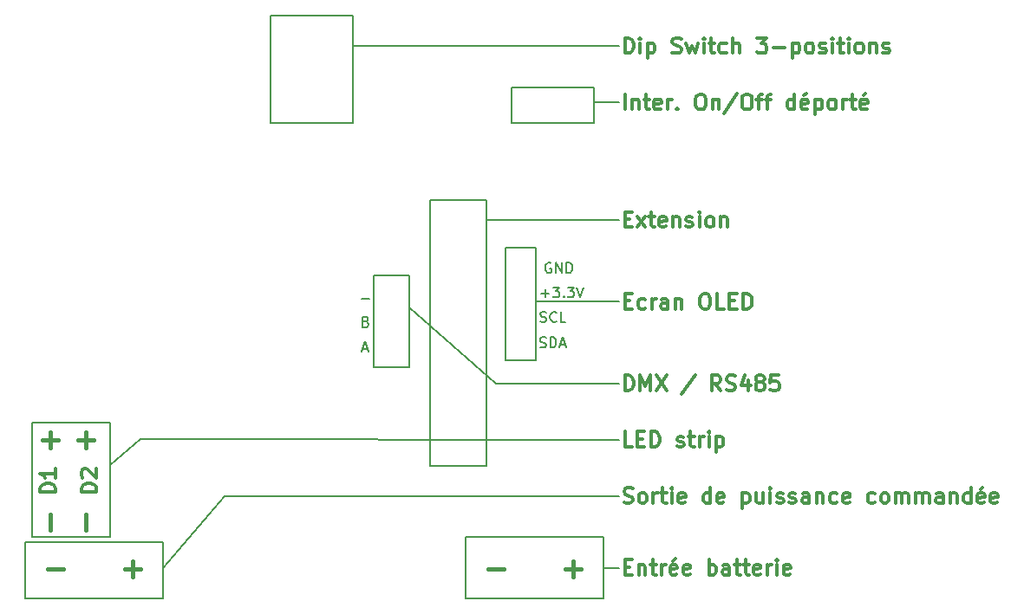
<source format=gbr>
G04 #@! TF.GenerationSoftware,KiCad,Pcbnew,5.1.10*
G04 #@! TF.CreationDate,2021-09-13T08:22:59+02:00*
G04 #@! TF.ProjectId,KXKM_ESP32_battery_management_board,4b584b4d-5f45-4535-9033-325f62617474,3.0*
G04 #@! TF.SameCoordinates,PX623a7c0PY839b680*
G04 #@! TF.FileFunction,Other,ECO1*
%FSLAX46Y46*%
G04 Gerber Fmt 4.6, Leading zero omitted, Abs format (unit mm)*
G04 Created by KiCad (PCBNEW 5.1.10) date 2021-09-13 08:22:59*
%MOMM*%
%LPD*%
G01*
G04 APERTURE LIST*
%ADD10C,0.300000*%
%ADD11C,0.150000*%
%ADD12C,0.400000*%
G04 APERTURE END LIST*
D10*
X58552142Y53321429D02*
X58552142Y54821429D01*
X58909285Y54821429D01*
X59123571Y54750000D01*
X59266428Y54607143D01*
X59337857Y54464286D01*
X59409285Y54178572D01*
X59409285Y53964286D01*
X59337857Y53678572D01*
X59266428Y53535715D01*
X59123571Y53392858D01*
X58909285Y53321429D01*
X58552142Y53321429D01*
X60052142Y53321429D02*
X60052142Y54321429D01*
X60052142Y54821429D02*
X59980714Y54750000D01*
X60052142Y54678572D01*
X60123571Y54750000D01*
X60052142Y54821429D01*
X60052142Y54678572D01*
X60766428Y54321429D02*
X60766428Y52821429D01*
X60766428Y54250000D02*
X60909285Y54321429D01*
X61195000Y54321429D01*
X61337857Y54250000D01*
X61409285Y54178572D01*
X61480714Y54035715D01*
X61480714Y53607143D01*
X61409285Y53464286D01*
X61337857Y53392858D01*
X61195000Y53321429D01*
X60909285Y53321429D01*
X60766428Y53392858D01*
X63195000Y53392858D02*
X63409285Y53321429D01*
X63766428Y53321429D01*
X63909285Y53392858D01*
X63980714Y53464286D01*
X64052142Y53607143D01*
X64052142Y53750000D01*
X63980714Y53892858D01*
X63909285Y53964286D01*
X63766428Y54035715D01*
X63480714Y54107143D01*
X63337857Y54178572D01*
X63266428Y54250000D01*
X63195000Y54392858D01*
X63195000Y54535715D01*
X63266428Y54678572D01*
X63337857Y54750000D01*
X63480714Y54821429D01*
X63837857Y54821429D01*
X64052142Y54750000D01*
X64552142Y54321429D02*
X64837857Y53321429D01*
X65123571Y54035715D01*
X65409285Y53321429D01*
X65695000Y54321429D01*
X66266428Y53321429D02*
X66266428Y54321429D01*
X66266428Y54821429D02*
X66195000Y54750000D01*
X66266428Y54678572D01*
X66337857Y54750000D01*
X66266428Y54821429D01*
X66266428Y54678572D01*
X66766428Y54321429D02*
X67337857Y54321429D01*
X66980714Y54821429D02*
X66980714Y53535715D01*
X67052142Y53392858D01*
X67195000Y53321429D01*
X67337857Y53321429D01*
X68480714Y53392858D02*
X68337857Y53321429D01*
X68052142Y53321429D01*
X67909285Y53392858D01*
X67837857Y53464286D01*
X67766428Y53607143D01*
X67766428Y54035715D01*
X67837857Y54178572D01*
X67909285Y54250000D01*
X68052142Y54321429D01*
X68337857Y54321429D01*
X68480714Y54250000D01*
X69123571Y53321429D02*
X69123571Y54821429D01*
X69766428Y53321429D02*
X69766428Y54107143D01*
X69695000Y54250000D01*
X69552142Y54321429D01*
X69337857Y54321429D01*
X69195000Y54250000D01*
X69123571Y54178572D01*
X71480714Y54821429D02*
X72409285Y54821429D01*
X71909285Y54250000D01*
X72123571Y54250000D01*
X72266428Y54178572D01*
X72337857Y54107143D01*
X72409285Y53964286D01*
X72409285Y53607143D01*
X72337857Y53464286D01*
X72266428Y53392858D01*
X72123571Y53321429D01*
X71695000Y53321429D01*
X71552142Y53392858D01*
X71480714Y53464286D01*
X73052142Y53892858D02*
X74195000Y53892858D01*
X74909285Y54321429D02*
X74909285Y52821429D01*
X74909285Y54250000D02*
X75052142Y54321429D01*
X75337857Y54321429D01*
X75480714Y54250000D01*
X75552142Y54178572D01*
X75623571Y54035715D01*
X75623571Y53607143D01*
X75552142Y53464286D01*
X75480714Y53392858D01*
X75337857Y53321429D01*
X75052142Y53321429D01*
X74909285Y53392858D01*
X76480714Y53321429D02*
X76337857Y53392858D01*
X76266428Y53464286D01*
X76195000Y53607143D01*
X76195000Y54035715D01*
X76266428Y54178572D01*
X76337857Y54250000D01*
X76480714Y54321429D01*
X76695000Y54321429D01*
X76837857Y54250000D01*
X76909285Y54178572D01*
X76980714Y54035715D01*
X76980714Y53607143D01*
X76909285Y53464286D01*
X76837857Y53392858D01*
X76695000Y53321429D01*
X76480714Y53321429D01*
X77552142Y53392858D02*
X77695000Y53321429D01*
X77980714Y53321429D01*
X78123571Y53392858D01*
X78195000Y53535715D01*
X78195000Y53607143D01*
X78123571Y53750000D01*
X77980714Y53821429D01*
X77766428Y53821429D01*
X77623571Y53892858D01*
X77552142Y54035715D01*
X77552142Y54107143D01*
X77623571Y54250000D01*
X77766428Y54321429D01*
X77980714Y54321429D01*
X78123571Y54250000D01*
X78837857Y53321429D02*
X78837857Y54321429D01*
X78837857Y54821429D02*
X78766428Y54750000D01*
X78837857Y54678572D01*
X78909285Y54750000D01*
X78837857Y54821429D01*
X78837857Y54678572D01*
X79337857Y54321429D02*
X79909285Y54321429D01*
X79552142Y54821429D02*
X79552142Y53535715D01*
X79623571Y53392858D01*
X79766428Y53321429D01*
X79909285Y53321429D01*
X80409285Y53321429D02*
X80409285Y54321429D01*
X80409285Y54821429D02*
X80337857Y54750000D01*
X80409285Y54678572D01*
X80480714Y54750000D01*
X80409285Y54821429D01*
X80409285Y54678572D01*
X81337857Y53321429D02*
X81195000Y53392858D01*
X81123571Y53464286D01*
X81052142Y53607143D01*
X81052142Y54035715D01*
X81123571Y54178572D01*
X81195000Y54250000D01*
X81337857Y54321429D01*
X81552142Y54321429D01*
X81695000Y54250000D01*
X81766428Y54178572D01*
X81837857Y54035715D01*
X81837857Y53607143D01*
X81766428Y53464286D01*
X81695000Y53392858D01*
X81552142Y53321429D01*
X81337857Y53321429D01*
X82480714Y54321429D02*
X82480714Y53321429D01*
X82480714Y54178572D02*
X82552142Y54250000D01*
X82695000Y54321429D01*
X82909285Y54321429D01*
X83052142Y54250000D01*
X83123571Y54107143D01*
X83123571Y53321429D01*
X83766428Y53392858D02*
X83909285Y53321429D01*
X84195000Y53321429D01*
X84337857Y53392858D01*
X84409285Y53535715D01*
X84409285Y53607143D01*
X84337857Y53750000D01*
X84195000Y53821429D01*
X83980714Y53821429D01*
X83837857Y53892858D01*
X83766428Y54035715D01*
X83766428Y54107143D01*
X83837857Y54250000D01*
X83980714Y54321429D01*
X84195000Y54321429D01*
X84337857Y54250000D01*
D11*
X32000000Y54000000D02*
X58000000Y54000000D01*
X24000000Y46500000D02*
X24000000Y57000000D01*
X32000000Y46500000D02*
X24000000Y46500000D01*
X32000000Y57000000D02*
X32000000Y46500000D01*
X24000000Y57000000D02*
X32000000Y57000000D01*
D10*
X6978571Y10392858D02*
X5478571Y10392858D01*
X5478571Y10750000D01*
X5550000Y10964286D01*
X5692857Y11107143D01*
X5835714Y11178572D01*
X6121428Y11250000D01*
X6335714Y11250000D01*
X6621428Y11178572D01*
X6764285Y11107143D01*
X6907142Y10964286D01*
X6978571Y10750000D01*
X6978571Y10392858D01*
X5621428Y11821429D02*
X5550000Y11892858D01*
X5478571Y12035715D01*
X5478571Y12392858D01*
X5550000Y12535715D01*
X5621428Y12607143D01*
X5764285Y12678572D01*
X5907142Y12678572D01*
X6121428Y12607143D01*
X6978571Y11750000D01*
X6978571Y12678572D01*
X2978571Y10392858D02*
X1478571Y10392858D01*
X1478571Y10750000D01*
X1550000Y10964286D01*
X1692857Y11107143D01*
X1835714Y11178572D01*
X2121428Y11250000D01*
X2335714Y11250000D01*
X2621428Y11178572D01*
X2764285Y11107143D01*
X2907142Y10964286D01*
X2978571Y10750000D01*
X2978571Y10392858D01*
X2978571Y12678572D02*
X2978571Y11821429D01*
X2978571Y12250000D02*
X1478571Y12250000D01*
X1692857Y12107143D01*
X1835714Y11964286D01*
X1907142Y11821429D01*
D12*
X5942857Y14738096D02*
X5942857Y16261905D01*
X6704761Y15500000D02*
X5180952Y15500000D01*
X2442857Y14738096D02*
X2442857Y16261905D01*
X3204761Y15500000D02*
X1680952Y15500000D01*
X2442857Y6738096D02*
X2442857Y8261905D01*
X5942857Y6738096D02*
X5942857Y8261905D01*
X45238095Y2857143D02*
X46761904Y2857143D01*
X52738095Y2857143D02*
X54261904Y2857143D01*
X53500000Y2095239D02*
X53500000Y3619048D01*
X9738095Y2857143D02*
X11261904Y2857143D01*
X10500000Y2095239D02*
X10500000Y3619048D01*
X2238095Y2857143D02*
X3761904Y2857143D01*
D11*
X32961904Y24433334D02*
X33438095Y24433334D01*
X32866666Y24147620D02*
X33200000Y25147620D01*
X33533333Y24147620D01*
X33271428Y27071429D02*
X33414285Y27023810D01*
X33461904Y26976191D01*
X33509523Y26880953D01*
X33509523Y26738096D01*
X33461904Y26642858D01*
X33414285Y26595239D01*
X33319047Y26547620D01*
X32938095Y26547620D01*
X32938095Y27547620D01*
X33271428Y27547620D01*
X33366666Y27500000D01*
X33414285Y27452381D01*
X33461904Y27357143D01*
X33461904Y27261905D01*
X33414285Y27166667D01*
X33366666Y27119048D01*
X33271428Y27071429D01*
X32938095Y27071429D01*
X32819047Y29328572D02*
X33580952Y29328572D01*
X50285714Y24595239D02*
X50428571Y24547620D01*
X50666666Y24547620D01*
X50761904Y24595239D01*
X50809523Y24642858D01*
X50857142Y24738096D01*
X50857142Y24833334D01*
X50809523Y24928572D01*
X50761904Y24976191D01*
X50666666Y25023810D01*
X50476190Y25071429D01*
X50380952Y25119048D01*
X50333333Y25166667D01*
X50285714Y25261905D01*
X50285714Y25357143D01*
X50333333Y25452381D01*
X50380952Y25500000D01*
X50476190Y25547620D01*
X50714285Y25547620D01*
X50857142Y25500000D01*
X51285714Y24547620D02*
X51285714Y25547620D01*
X51523809Y25547620D01*
X51666666Y25500000D01*
X51761904Y25404762D01*
X51809523Y25309524D01*
X51857142Y25119048D01*
X51857142Y24976191D01*
X51809523Y24785715D01*
X51761904Y24690477D01*
X51666666Y24595239D01*
X51523809Y24547620D01*
X51285714Y24547620D01*
X52238095Y24833334D02*
X52714285Y24833334D01*
X52142857Y24547620D02*
X52476190Y25547620D01*
X52809523Y24547620D01*
X50309523Y27095239D02*
X50452380Y27047620D01*
X50690476Y27047620D01*
X50785714Y27095239D01*
X50833333Y27142858D01*
X50880952Y27238096D01*
X50880952Y27333334D01*
X50833333Y27428572D01*
X50785714Y27476191D01*
X50690476Y27523810D01*
X50500000Y27571429D01*
X50404761Y27619048D01*
X50357142Y27666667D01*
X50309523Y27761905D01*
X50309523Y27857143D01*
X50357142Y27952381D01*
X50404761Y28000000D01*
X50500000Y28047620D01*
X50738095Y28047620D01*
X50880952Y28000000D01*
X51880952Y27142858D02*
X51833333Y27095239D01*
X51690476Y27047620D01*
X51595238Y27047620D01*
X51452380Y27095239D01*
X51357142Y27190477D01*
X51309523Y27285715D01*
X51261904Y27476191D01*
X51261904Y27619048D01*
X51309523Y27809524D01*
X51357142Y27904762D01*
X51452380Y28000000D01*
X51595238Y28047620D01*
X51690476Y28047620D01*
X51833333Y28000000D01*
X51880952Y27952381D01*
X52785714Y27047620D02*
X52309523Y27047620D01*
X52309523Y28047620D01*
X50400000Y29828572D02*
X51161904Y29828572D01*
X50780952Y29447620D02*
X50780952Y30209524D01*
X51542857Y30447620D02*
X52161904Y30447620D01*
X51828571Y30066667D01*
X51971428Y30066667D01*
X52066666Y30019048D01*
X52114285Y29971429D01*
X52161904Y29876191D01*
X52161904Y29638096D01*
X52114285Y29542858D01*
X52066666Y29495239D01*
X51971428Y29447620D01*
X51685714Y29447620D01*
X51590476Y29495239D01*
X51542857Y29542858D01*
X52590476Y29542858D02*
X52638095Y29495239D01*
X52590476Y29447620D01*
X52542857Y29495239D01*
X52590476Y29542858D01*
X52590476Y29447620D01*
X52971428Y30447620D02*
X53590476Y30447620D01*
X53257142Y30066667D01*
X53400000Y30066667D01*
X53495238Y30019048D01*
X53542857Y29971429D01*
X53590476Y29876191D01*
X53590476Y29638096D01*
X53542857Y29542858D01*
X53495238Y29495239D01*
X53400000Y29447620D01*
X53114285Y29447620D01*
X53019047Y29495239D01*
X52971428Y29542858D01*
X53876190Y30447620D02*
X54209523Y29447620D01*
X54542857Y30447620D01*
X51338095Y32800000D02*
X51242857Y32847620D01*
X51100000Y32847620D01*
X50957142Y32800000D01*
X50861904Y32704762D01*
X50814285Y32609524D01*
X50766666Y32419048D01*
X50766666Y32276191D01*
X50814285Y32085715D01*
X50861904Y31990477D01*
X50957142Y31895239D01*
X51100000Y31847620D01*
X51195238Y31847620D01*
X51338095Y31895239D01*
X51385714Y31942858D01*
X51385714Y32276191D01*
X51195238Y32276191D01*
X51814285Y31847620D02*
X51814285Y32847620D01*
X52385714Y31847620D01*
X52385714Y32847620D01*
X52861904Y31847620D02*
X52861904Y32847620D01*
X53100000Y32847620D01*
X53242857Y32800000D01*
X53338095Y32704762D01*
X53385714Y32609524D01*
X53433333Y32419048D01*
X53433333Y32276191D01*
X53385714Y32085715D01*
X53338095Y31990477D01*
X53242857Y31895239D01*
X53100000Y31847620D01*
X52861904Y31847620D01*
X58000000Y3000000D02*
X56500000Y3000000D01*
X19500000Y10000000D02*
X13500000Y3000000D01*
X58000000Y10000000D02*
X19500000Y10000000D01*
X11300000Y15600000D02*
X8300000Y13100000D01*
X58000000Y15500000D02*
X11300000Y15600000D01*
X46000000Y21000000D02*
X37500000Y28500000D01*
X58000000Y21000000D02*
X46000000Y21000000D01*
X58000000Y29100000D02*
X49900000Y29100000D01*
X58000000Y37000000D02*
X45000000Y37000000D01*
X58000000Y48500000D02*
X55500000Y48500000D01*
D10*
X58552142Y3107143D02*
X59052142Y3107143D01*
X59266428Y2321429D02*
X58552142Y2321429D01*
X58552142Y3821429D01*
X59266428Y3821429D01*
X59909285Y3321429D02*
X59909285Y2321429D01*
X59909285Y3178572D02*
X59980714Y3250000D01*
X60123571Y3321429D01*
X60337857Y3321429D01*
X60480714Y3250000D01*
X60552142Y3107143D01*
X60552142Y2321429D01*
X61052142Y3321429D02*
X61623571Y3321429D01*
X61266428Y3821429D02*
X61266428Y2535715D01*
X61337857Y2392858D01*
X61480714Y2321429D01*
X61623571Y2321429D01*
X62123571Y2321429D02*
X62123571Y3321429D01*
X62123571Y3035715D02*
X62195000Y3178572D01*
X62266428Y3250000D01*
X62409285Y3321429D01*
X62552142Y3321429D01*
X63623571Y2392858D02*
X63480714Y2321429D01*
X63195000Y2321429D01*
X63052142Y2392858D01*
X62980714Y2535715D01*
X62980714Y3107143D01*
X63052142Y3250000D01*
X63195000Y3321429D01*
X63480714Y3321429D01*
X63623571Y3250000D01*
X63695000Y3107143D01*
X63695000Y2964286D01*
X62980714Y2821429D01*
X63480714Y3892858D02*
X63266428Y3678572D01*
X64909285Y2392858D02*
X64766428Y2321429D01*
X64480714Y2321429D01*
X64337857Y2392858D01*
X64266428Y2535715D01*
X64266428Y3107143D01*
X64337857Y3250000D01*
X64480714Y3321429D01*
X64766428Y3321429D01*
X64909285Y3250000D01*
X64980714Y3107143D01*
X64980714Y2964286D01*
X64266428Y2821429D01*
X66766428Y2321429D02*
X66766428Y3821429D01*
X66766428Y3250000D02*
X66909285Y3321429D01*
X67195000Y3321429D01*
X67337857Y3250000D01*
X67409285Y3178572D01*
X67480714Y3035715D01*
X67480714Y2607143D01*
X67409285Y2464286D01*
X67337857Y2392858D01*
X67195000Y2321429D01*
X66909285Y2321429D01*
X66766428Y2392858D01*
X68766428Y2321429D02*
X68766428Y3107143D01*
X68695000Y3250000D01*
X68552142Y3321429D01*
X68266428Y3321429D01*
X68123571Y3250000D01*
X68766428Y2392858D02*
X68623571Y2321429D01*
X68266428Y2321429D01*
X68123571Y2392858D01*
X68052142Y2535715D01*
X68052142Y2678572D01*
X68123571Y2821429D01*
X68266428Y2892858D01*
X68623571Y2892858D01*
X68766428Y2964286D01*
X69266428Y3321429D02*
X69837857Y3321429D01*
X69480714Y3821429D02*
X69480714Y2535715D01*
X69552142Y2392858D01*
X69695000Y2321429D01*
X69837857Y2321429D01*
X70123571Y3321429D02*
X70695000Y3321429D01*
X70337857Y3821429D02*
X70337857Y2535715D01*
X70409285Y2392858D01*
X70552142Y2321429D01*
X70695000Y2321429D01*
X71766428Y2392858D02*
X71623571Y2321429D01*
X71337857Y2321429D01*
X71195000Y2392858D01*
X71123571Y2535715D01*
X71123571Y3107143D01*
X71195000Y3250000D01*
X71337857Y3321429D01*
X71623571Y3321429D01*
X71766428Y3250000D01*
X71837857Y3107143D01*
X71837857Y2964286D01*
X71123571Y2821429D01*
X72480714Y2321429D02*
X72480714Y3321429D01*
X72480714Y3035715D02*
X72552142Y3178572D01*
X72623571Y3250000D01*
X72766428Y3321429D01*
X72909285Y3321429D01*
X73409285Y2321429D02*
X73409285Y3321429D01*
X73409285Y3821429D02*
X73337857Y3750000D01*
X73409285Y3678572D01*
X73480714Y3750000D01*
X73409285Y3821429D01*
X73409285Y3678572D01*
X74695000Y2392858D02*
X74552142Y2321429D01*
X74266428Y2321429D01*
X74123571Y2392858D01*
X74052142Y2535715D01*
X74052142Y3107143D01*
X74123571Y3250000D01*
X74266428Y3321429D01*
X74552142Y3321429D01*
X74695000Y3250000D01*
X74766428Y3107143D01*
X74766428Y2964286D01*
X74052142Y2821429D01*
X58480714Y9392858D02*
X58695000Y9321429D01*
X59052142Y9321429D01*
X59195000Y9392858D01*
X59266428Y9464286D01*
X59337857Y9607143D01*
X59337857Y9750000D01*
X59266428Y9892858D01*
X59195000Y9964286D01*
X59052142Y10035715D01*
X58766428Y10107143D01*
X58623571Y10178572D01*
X58552142Y10250000D01*
X58480714Y10392858D01*
X58480714Y10535715D01*
X58552142Y10678572D01*
X58623571Y10750000D01*
X58766428Y10821429D01*
X59123571Y10821429D01*
X59337857Y10750000D01*
X60195000Y9321429D02*
X60052142Y9392858D01*
X59980714Y9464286D01*
X59909285Y9607143D01*
X59909285Y10035715D01*
X59980714Y10178572D01*
X60052142Y10250000D01*
X60195000Y10321429D01*
X60409285Y10321429D01*
X60552142Y10250000D01*
X60623571Y10178572D01*
X60695000Y10035715D01*
X60695000Y9607143D01*
X60623571Y9464286D01*
X60552142Y9392858D01*
X60409285Y9321429D01*
X60195000Y9321429D01*
X61337857Y9321429D02*
X61337857Y10321429D01*
X61337857Y10035715D02*
X61409285Y10178572D01*
X61480714Y10250000D01*
X61623571Y10321429D01*
X61766428Y10321429D01*
X62052142Y10321429D02*
X62623571Y10321429D01*
X62266428Y10821429D02*
X62266428Y9535715D01*
X62337857Y9392858D01*
X62480714Y9321429D01*
X62623571Y9321429D01*
X63123571Y9321429D02*
X63123571Y10321429D01*
X63123571Y10821429D02*
X63052142Y10750000D01*
X63123571Y10678572D01*
X63195000Y10750000D01*
X63123571Y10821429D01*
X63123571Y10678572D01*
X64409285Y9392858D02*
X64266428Y9321429D01*
X63980714Y9321429D01*
X63837857Y9392858D01*
X63766428Y9535715D01*
X63766428Y10107143D01*
X63837857Y10250000D01*
X63980714Y10321429D01*
X64266428Y10321429D01*
X64409285Y10250000D01*
X64480714Y10107143D01*
X64480714Y9964286D01*
X63766428Y9821429D01*
X66909285Y9321429D02*
X66909285Y10821429D01*
X66909285Y9392858D02*
X66766428Y9321429D01*
X66480714Y9321429D01*
X66337857Y9392858D01*
X66266428Y9464286D01*
X66195000Y9607143D01*
X66195000Y10035715D01*
X66266428Y10178572D01*
X66337857Y10250000D01*
X66480714Y10321429D01*
X66766428Y10321429D01*
X66909285Y10250000D01*
X68195000Y9392858D02*
X68052142Y9321429D01*
X67766428Y9321429D01*
X67623571Y9392858D01*
X67552142Y9535715D01*
X67552142Y10107143D01*
X67623571Y10250000D01*
X67766428Y10321429D01*
X68052142Y10321429D01*
X68195000Y10250000D01*
X68266428Y10107143D01*
X68266428Y9964286D01*
X67552142Y9821429D01*
X70052142Y10321429D02*
X70052142Y8821429D01*
X70052142Y10250000D02*
X70195000Y10321429D01*
X70480714Y10321429D01*
X70623571Y10250000D01*
X70695000Y10178572D01*
X70766428Y10035715D01*
X70766428Y9607143D01*
X70695000Y9464286D01*
X70623571Y9392858D01*
X70480714Y9321429D01*
X70195000Y9321429D01*
X70052142Y9392858D01*
X72052142Y10321429D02*
X72052142Y9321429D01*
X71409285Y10321429D02*
X71409285Y9535715D01*
X71480714Y9392858D01*
X71623571Y9321429D01*
X71837857Y9321429D01*
X71980714Y9392858D01*
X72052142Y9464286D01*
X72766428Y9321429D02*
X72766428Y10321429D01*
X72766428Y10821429D02*
X72695000Y10750000D01*
X72766428Y10678572D01*
X72837857Y10750000D01*
X72766428Y10821429D01*
X72766428Y10678572D01*
X73409285Y9392858D02*
X73552142Y9321429D01*
X73837857Y9321429D01*
X73980714Y9392858D01*
X74052142Y9535715D01*
X74052142Y9607143D01*
X73980714Y9750000D01*
X73837857Y9821429D01*
X73623571Y9821429D01*
X73480714Y9892858D01*
X73409285Y10035715D01*
X73409285Y10107143D01*
X73480714Y10250000D01*
X73623571Y10321429D01*
X73837857Y10321429D01*
X73980714Y10250000D01*
X74623571Y9392858D02*
X74766428Y9321429D01*
X75052142Y9321429D01*
X75195000Y9392858D01*
X75266428Y9535715D01*
X75266428Y9607143D01*
X75195000Y9750000D01*
X75052142Y9821429D01*
X74837857Y9821429D01*
X74695000Y9892858D01*
X74623571Y10035715D01*
X74623571Y10107143D01*
X74695000Y10250000D01*
X74837857Y10321429D01*
X75052142Y10321429D01*
X75195000Y10250000D01*
X76552142Y9321429D02*
X76552142Y10107143D01*
X76480714Y10250000D01*
X76337857Y10321429D01*
X76052142Y10321429D01*
X75909285Y10250000D01*
X76552142Y9392858D02*
X76409285Y9321429D01*
X76052142Y9321429D01*
X75909285Y9392858D01*
X75837857Y9535715D01*
X75837857Y9678572D01*
X75909285Y9821429D01*
X76052142Y9892858D01*
X76409285Y9892858D01*
X76552142Y9964286D01*
X77266428Y10321429D02*
X77266428Y9321429D01*
X77266428Y10178572D02*
X77337857Y10250000D01*
X77480714Y10321429D01*
X77695000Y10321429D01*
X77837857Y10250000D01*
X77909285Y10107143D01*
X77909285Y9321429D01*
X79266428Y9392858D02*
X79123571Y9321429D01*
X78837857Y9321429D01*
X78695000Y9392858D01*
X78623571Y9464286D01*
X78552142Y9607143D01*
X78552142Y10035715D01*
X78623571Y10178572D01*
X78695000Y10250000D01*
X78837857Y10321429D01*
X79123571Y10321429D01*
X79266428Y10250000D01*
X80480714Y9392858D02*
X80337857Y9321429D01*
X80052142Y9321429D01*
X79909285Y9392858D01*
X79837857Y9535715D01*
X79837857Y10107143D01*
X79909285Y10250000D01*
X80052142Y10321429D01*
X80337857Y10321429D01*
X80480714Y10250000D01*
X80552142Y10107143D01*
X80552142Y9964286D01*
X79837857Y9821429D01*
X82980714Y9392858D02*
X82837857Y9321429D01*
X82552142Y9321429D01*
X82409285Y9392858D01*
X82337857Y9464286D01*
X82266428Y9607143D01*
X82266428Y10035715D01*
X82337857Y10178572D01*
X82409285Y10250000D01*
X82552142Y10321429D01*
X82837857Y10321429D01*
X82980714Y10250000D01*
X83837857Y9321429D02*
X83695000Y9392858D01*
X83623571Y9464286D01*
X83552142Y9607143D01*
X83552142Y10035715D01*
X83623571Y10178572D01*
X83695000Y10250000D01*
X83837857Y10321429D01*
X84052142Y10321429D01*
X84195000Y10250000D01*
X84266428Y10178572D01*
X84337857Y10035715D01*
X84337857Y9607143D01*
X84266428Y9464286D01*
X84195000Y9392858D01*
X84052142Y9321429D01*
X83837857Y9321429D01*
X84980714Y9321429D02*
X84980714Y10321429D01*
X84980714Y10178572D02*
X85052142Y10250000D01*
X85195000Y10321429D01*
X85409285Y10321429D01*
X85552142Y10250000D01*
X85623571Y10107143D01*
X85623571Y9321429D01*
X85623571Y10107143D02*
X85695000Y10250000D01*
X85837857Y10321429D01*
X86052142Y10321429D01*
X86195000Y10250000D01*
X86266428Y10107143D01*
X86266428Y9321429D01*
X86980714Y9321429D02*
X86980714Y10321429D01*
X86980714Y10178572D02*
X87052142Y10250000D01*
X87195000Y10321429D01*
X87409285Y10321429D01*
X87552142Y10250000D01*
X87623571Y10107143D01*
X87623571Y9321429D01*
X87623571Y10107143D02*
X87695000Y10250000D01*
X87837857Y10321429D01*
X88052142Y10321429D01*
X88195000Y10250000D01*
X88266428Y10107143D01*
X88266428Y9321429D01*
X89623571Y9321429D02*
X89623571Y10107143D01*
X89552142Y10250000D01*
X89409285Y10321429D01*
X89123571Y10321429D01*
X88980714Y10250000D01*
X89623571Y9392858D02*
X89480714Y9321429D01*
X89123571Y9321429D01*
X88980714Y9392858D01*
X88909285Y9535715D01*
X88909285Y9678572D01*
X88980714Y9821429D01*
X89123571Y9892858D01*
X89480714Y9892858D01*
X89623571Y9964286D01*
X90337857Y10321429D02*
X90337857Y9321429D01*
X90337857Y10178572D02*
X90409285Y10250000D01*
X90552142Y10321429D01*
X90766428Y10321429D01*
X90909285Y10250000D01*
X90980714Y10107143D01*
X90980714Y9321429D01*
X92337857Y9321429D02*
X92337857Y10821429D01*
X92337857Y9392858D02*
X92195000Y9321429D01*
X91909285Y9321429D01*
X91766428Y9392858D01*
X91695000Y9464286D01*
X91623571Y9607143D01*
X91623571Y10035715D01*
X91695000Y10178572D01*
X91766428Y10250000D01*
X91909285Y10321429D01*
X92195000Y10321429D01*
X92337857Y10250000D01*
X93623571Y9392858D02*
X93480714Y9321429D01*
X93195000Y9321429D01*
X93052142Y9392858D01*
X92980714Y9535715D01*
X92980714Y10107143D01*
X93052142Y10250000D01*
X93195000Y10321429D01*
X93480714Y10321429D01*
X93623571Y10250000D01*
X93695000Y10107143D01*
X93695000Y9964286D01*
X92980714Y9821429D01*
X93480714Y10892858D02*
X93266428Y10678572D01*
X94909285Y9392858D02*
X94766428Y9321429D01*
X94480714Y9321429D01*
X94337857Y9392858D01*
X94266428Y9535715D01*
X94266428Y10107143D01*
X94337857Y10250000D01*
X94480714Y10321429D01*
X94766428Y10321429D01*
X94909285Y10250000D01*
X94980714Y10107143D01*
X94980714Y9964286D01*
X94266428Y9821429D01*
X59266428Y14821429D02*
X58552142Y14821429D01*
X58552142Y16321429D01*
X59766428Y15607143D02*
X60266428Y15607143D01*
X60480714Y14821429D02*
X59766428Y14821429D01*
X59766428Y16321429D01*
X60480714Y16321429D01*
X61123571Y14821429D02*
X61123571Y16321429D01*
X61480714Y16321429D01*
X61695000Y16250000D01*
X61837857Y16107143D01*
X61909285Y15964286D01*
X61980714Y15678572D01*
X61980714Y15464286D01*
X61909285Y15178572D01*
X61837857Y15035715D01*
X61695000Y14892858D01*
X61480714Y14821429D01*
X61123571Y14821429D01*
X63695000Y14892858D02*
X63837857Y14821429D01*
X64123571Y14821429D01*
X64266428Y14892858D01*
X64337857Y15035715D01*
X64337857Y15107143D01*
X64266428Y15250000D01*
X64123571Y15321429D01*
X63909285Y15321429D01*
X63766428Y15392858D01*
X63695000Y15535715D01*
X63695000Y15607143D01*
X63766428Y15750000D01*
X63909285Y15821429D01*
X64123571Y15821429D01*
X64266428Y15750000D01*
X64766428Y15821429D02*
X65337857Y15821429D01*
X64980714Y16321429D02*
X64980714Y15035715D01*
X65052142Y14892858D01*
X65195000Y14821429D01*
X65337857Y14821429D01*
X65837857Y14821429D02*
X65837857Y15821429D01*
X65837857Y15535715D02*
X65909285Y15678572D01*
X65980714Y15750000D01*
X66123571Y15821429D01*
X66266428Y15821429D01*
X66766428Y14821429D02*
X66766428Y15821429D01*
X66766428Y16321429D02*
X66695000Y16250000D01*
X66766428Y16178572D01*
X66837857Y16250000D01*
X66766428Y16321429D01*
X66766428Y16178572D01*
X67480714Y15821429D02*
X67480714Y14321429D01*
X67480714Y15750000D02*
X67623571Y15821429D01*
X67909285Y15821429D01*
X68052142Y15750000D01*
X68123571Y15678572D01*
X68195000Y15535715D01*
X68195000Y15107143D01*
X68123571Y14964286D01*
X68052142Y14892858D01*
X67909285Y14821429D01*
X67623571Y14821429D01*
X67480714Y14892858D01*
X58552142Y20321429D02*
X58552142Y21821429D01*
X58909285Y21821429D01*
X59123571Y21750000D01*
X59266428Y21607143D01*
X59337857Y21464286D01*
X59409285Y21178572D01*
X59409285Y20964286D01*
X59337857Y20678572D01*
X59266428Y20535715D01*
X59123571Y20392858D01*
X58909285Y20321429D01*
X58552142Y20321429D01*
X60052142Y20321429D02*
X60052142Y21821429D01*
X60552142Y20750000D01*
X61052142Y21821429D01*
X61052142Y20321429D01*
X61623571Y21821429D02*
X62623571Y20321429D01*
X62623571Y21821429D02*
X61623571Y20321429D01*
X65409285Y21892858D02*
X64123571Y19964286D01*
X67909285Y20321429D02*
X67409285Y21035715D01*
X67052142Y20321429D02*
X67052142Y21821429D01*
X67623571Y21821429D01*
X67766428Y21750000D01*
X67837857Y21678572D01*
X67909285Y21535715D01*
X67909285Y21321429D01*
X67837857Y21178572D01*
X67766428Y21107143D01*
X67623571Y21035715D01*
X67052142Y21035715D01*
X68480714Y20392858D02*
X68695000Y20321429D01*
X69052142Y20321429D01*
X69195000Y20392858D01*
X69266428Y20464286D01*
X69337857Y20607143D01*
X69337857Y20750000D01*
X69266428Y20892858D01*
X69195000Y20964286D01*
X69052142Y21035715D01*
X68766428Y21107143D01*
X68623571Y21178572D01*
X68552142Y21250000D01*
X68480714Y21392858D01*
X68480714Y21535715D01*
X68552142Y21678572D01*
X68623571Y21750000D01*
X68766428Y21821429D01*
X69123571Y21821429D01*
X69337857Y21750000D01*
X70623571Y21321429D02*
X70623571Y20321429D01*
X70266428Y21892858D02*
X69909285Y20821429D01*
X70837857Y20821429D01*
X71623571Y21178572D02*
X71480714Y21250000D01*
X71409285Y21321429D01*
X71337857Y21464286D01*
X71337857Y21535715D01*
X71409285Y21678572D01*
X71480714Y21750000D01*
X71623571Y21821429D01*
X71909285Y21821429D01*
X72052142Y21750000D01*
X72123571Y21678572D01*
X72195000Y21535715D01*
X72195000Y21464286D01*
X72123571Y21321429D01*
X72052142Y21250000D01*
X71909285Y21178572D01*
X71623571Y21178572D01*
X71480714Y21107143D01*
X71409285Y21035715D01*
X71337857Y20892858D01*
X71337857Y20607143D01*
X71409285Y20464286D01*
X71480714Y20392858D01*
X71623571Y20321429D01*
X71909285Y20321429D01*
X72052142Y20392858D01*
X72123571Y20464286D01*
X72195000Y20607143D01*
X72195000Y20892858D01*
X72123571Y21035715D01*
X72052142Y21107143D01*
X71909285Y21178572D01*
X73552142Y21821429D02*
X72837857Y21821429D01*
X72766428Y21107143D01*
X72837857Y21178572D01*
X72980714Y21250000D01*
X73337857Y21250000D01*
X73480714Y21178572D01*
X73552142Y21107143D01*
X73623571Y20964286D01*
X73623571Y20607143D01*
X73552142Y20464286D01*
X73480714Y20392858D01*
X73337857Y20321429D01*
X72980714Y20321429D01*
X72837857Y20392858D01*
X72766428Y20464286D01*
X58552142Y29107143D02*
X59052142Y29107143D01*
X59266428Y28321429D02*
X58552142Y28321429D01*
X58552142Y29821429D01*
X59266428Y29821429D01*
X60552142Y28392858D02*
X60409285Y28321429D01*
X60123571Y28321429D01*
X59980714Y28392858D01*
X59909285Y28464286D01*
X59837857Y28607143D01*
X59837857Y29035715D01*
X59909285Y29178572D01*
X59980714Y29250000D01*
X60123571Y29321429D01*
X60409285Y29321429D01*
X60552142Y29250000D01*
X61195000Y28321429D02*
X61195000Y29321429D01*
X61195000Y29035715D02*
X61266428Y29178572D01*
X61337857Y29250000D01*
X61480714Y29321429D01*
X61623571Y29321429D01*
X62766428Y28321429D02*
X62766428Y29107143D01*
X62695000Y29250000D01*
X62552142Y29321429D01*
X62266428Y29321429D01*
X62123571Y29250000D01*
X62766428Y28392858D02*
X62623571Y28321429D01*
X62266428Y28321429D01*
X62123571Y28392858D01*
X62052142Y28535715D01*
X62052142Y28678572D01*
X62123571Y28821429D01*
X62266428Y28892858D01*
X62623571Y28892858D01*
X62766428Y28964286D01*
X63480714Y29321429D02*
X63480714Y28321429D01*
X63480714Y29178572D02*
X63552142Y29250000D01*
X63695000Y29321429D01*
X63909285Y29321429D01*
X64052142Y29250000D01*
X64123571Y29107143D01*
X64123571Y28321429D01*
X66266428Y29821429D02*
X66552142Y29821429D01*
X66695000Y29750000D01*
X66837857Y29607143D01*
X66909285Y29321429D01*
X66909285Y28821429D01*
X66837857Y28535715D01*
X66695000Y28392858D01*
X66552142Y28321429D01*
X66266428Y28321429D01*
X66123571Y28392858D01*
X65980714Y28535715D01*
X65909285Y28821429D01*
X65909285Y29321429D01*
X65980714Y29607143D01*
X66123571Y29750000D01*
X66266428Y29821429D01*
X68266428Y28321429D02*
X67552142Y28321429D01*
X67552142Y29821429D01*
X68766428Y29107143D02*
X69266428Y29107143D01*
X69480714Y28321429D02*
X68766428Y28321429D01*
X68766428Y29821429D01*
X69480714Y29821429D01*
X70123571Y28321429D02*
X70123571Y29821429D01*
X70480714Y29821429D01*
X70695000Y29750000D01*
X70837857Y29607143D01*
X70909285Y29464286D01*
X70980714Y29178572D01*
X70980714Y28964286D01*
X70909285Y28678572D01*
X70837857Y28535715D01*
X70695000Y28392858D01*
X70480714Y28321429D01*
X70123571Y28321429D01*
X58552142Y37107143D02*
X59052142Y37107143D01*
X59266428Y36321429D02*
X58552142Y36321429D01*
X58552142Y37821429D01*
X59266428Y37821429D01*
X59766428Y36321429D02*
X60552142Y37321429D01*
X59766428Y37321429D02*
X60552142Y36321429D01*
X60909285Y37321429D02*
X61480714Y37321429D01*
X61123571Y37821429D02*
X61123571Y36535715D01*
X61195000Y36392858D01*
X61337857Y36321429D01*
X61480714Y36321429D01*
X62552142Y36392858D02*
X62409285Y36321429D01*
X62123571Y36321429D01*
X61980714Y36392858D01*
X61909285Y36535715D01*
X61909285Y37107143D01*
X61980714Y37250000D01*
X62123571Y37321429D01*
X62409285Y37321429D01*
X62552142Y37250000D01*
X62623571Y37107143D01*
X62623571Y36964286D01*
X61909285Y36821429D01*
X63266428Y37321429D02*
X63266428Y36321429D01*
X63266428Y37178572D02*
X63337857Y37250000D01*
X63480714Y37321429D01*
X63695000Y37321429D01*
X63837857Y37250000D01*
X63909285Y37107143D01*
X63909285Y36321429D01*
X64552142Y36392858D02*
X64695000Y36321429D01*
X64980714Y36321429D01*
X65123571Y36392858D01*
X65195000Y36535715D01*
X65195000Y36607143D01*
X65123571Y36750000D01*
X64980714Y36821429D01*
X64766428Y36821429D01*
X64623571Y36892858D01*
X64552142Y37035715D01*
X64552142Y37107143D01*
X64623571Y37250000D01*
X64766428Y37321429D01*
X64980714Y37321429D01*
X65123571Y37250000D01*
X65837857Y36321429D02*
X65837857Y37321429D01*
X65837857Y37821429D02*
X65766428Y37750000D01*
X65837857Y37678572D01*
X65909285Y37750000D01*
X65837857Y37821429D01*
X65837857Y37678572D01*
X66766428Y36321429D02*
X66623571Y36392858D01*
X66552142Y36464286D01*
X66480714Y36607143D01*
X66480714Y37035715D01*
X66552142Y37178572D01*
X66623571Y37250000D01*
X66766428Y37321429D01*
X66980714Y37321429D01*
X67123571Y37250000D01*
X67195000Y37178572D01*
X67266428Y37035715D01*
X67266428Y36607143D01*
X67195000Y36464286D01*
X67123571Y36392858D01*
X66980714Y36321429D01*
X66766428Y36321429D01*
X67909285Y37321429D02*
X67909285Y36321429D01*
X67909285Y37178572D02*
X67980714Y37250000D01*
X68123571Y37321429D01*
X68337857Y37321429D01*
X68480714Y37250000D01*
X68552142Y37107143D01*
X68552142Y36321429D01*
X58552142Y47821429D02*
X58552142Y49321429D01*
X59266428Y48821429D02*
X59266428Y47821429D01*
X59266428Y48678572D02*
X59337857Y48750000D01*
X59480714Y48821429D01*
X59695000Y48821429D01*
X59837857Y48750000D01*
X59909285Y48607143D01*
X59909285Y47821429D01*
X60409285Y48821429D02*
X60980714Y48821429D01*
X60623571Y49321429D02*
X60623571Y48035715D01*
X60695000Y47892858D01*
X60837857Y47821429D01*
X60980714Y47821429D01*
X62052142Y47892858D02*
X61909285Y47821429D01*
X61623571Y47821429D01*
X61480714Y47892858D01*
X61409285Y48035715D01*
X61409285Y48607143D01*
X61480714Y48750000D01*
X61623571Y48821429D01*
X61909285Y48821429D01*
X62052142Y48750000D01*
X62123571Y48607143D01*
X62123571Y48464286D01*
X61409285Y48321429D01*
X62766428Y47821429D02*
X62766428Y48821429D01*
X62766428Y48535715D02*
X62837857Y48678572D01*
X62909285Y48750000D01*
X63052142Y48821429D01*
X63195000Y48821429D01*
X63695000Y47964286D02*
X63766428Y47892858D01*
X63695000Y47821429D01*
X63623571Y47892858D01*
X63695000Y47964286D01*
X63695000Y47821429D01*
X65837857Y49321429D02*
X66123571Y49321429D01*
X66266428Y49250000D01*
X66409285Y49107143D01*
X66480714Y48821429D01*
X66480714Y48321429D01*
X66409285Y48035715D01*
X66266428Y47892858D01*
X66123571Y47821429D01*
X65837857Y47821429D01*
X65695000Y47892858D01*
X65552142Y48035715D01*
X65480714Y48321429D01*
X65480714Y48821429D01*
X65552142Y49107143D01*
X65695000Y49250000D01*
X65837857Y49321429D01*
X67123571Y48821429D02*
X67123571Y47821429D01*
X67123571Y48678572D02*
X67195000Y48750000D01*
X67337857Y48821429D01*
X67552142Y48821429D01*
X67695000Y48750000D01*
X67766428Y48607143D01*
X67766428Y47821429D01*
X69552142Y49392858D02*
X68266428Y47464286D01*
X70337857Y49321429D02*
X70623571Y49321429D01*
X70766428Y49250000D01*
X70909285Y49107143D01*
X70980714Y48821429D01*
X70980714Y48321429D01*
X70909285Y48035715D01*
X70766428Y47892858D01*
X70623571Y47821429D01*
X70337857Y47821429D01*
X70195000Y47892858D01*
X70052142Y48035715D01*
X69980714Y48321429D01*
X69980714Y48821429D01*
X70052142Y49107143D01*
X70195000Y49250000D01*
X70337857Y49321429D01*
X71409285Y48821429D02*
X71980714Y48821429D01*
X71623571Y47821429D02*
X71623571Y49107143D01*
X71695000Y49250000D01*
X71837857Y49321429D01*
X71980714Y49321429D01*
X72266428Y48821429D02*
X72837857Y48821429D01*
X72480714Y47821429D02*
X72480714Y49107143D01*
X72552142Y49250000D01*
X72695000Y49321429D01*
X72837857Y49321429D01*
X75123571Y47821429D02*
X75123571Y49321429D01*
X75123571Y47892858D02*
X74980714Y47821429D01*
X74695000Y47821429D01*
X74552142Y47892858D01*
X74480714Y47964286D01*
X74409285Y48107143D01*
X74409285Y48535715D01*
X74480714Y48678572D01*
X74552142Y48750000D01*
X74695000Y48821429D01*
X74980714Y48821429D01*
X75123571Y48750000D01*
X76409285Y47892858D02*
X76266428Y47821429D01*
X75980714Y47821429D01*
X75837857Y47892858D01*
X75766428Y48035715D01*
X75766428Y48607143D01*
X75837857Y48750000D01*
X75980714Y48821429D01*
X76266428Y48821429D01*
X76409285Y48750000D01*
X76480714Y48607143D01*
X76480714Y48464286D01*
X75766428Y48321429D01*
X76266428Y49392858D02*
X76052142Y49178572D01*
X77123571Y48821429D02*
X77123571Y47321429D01*
X77123571Y48750000D02*
X77266428Y48821429D01*
X77552142Y48821429D01*
X77695000Y48750000D01*
X77766428Y48678572D01*
X77837857Y48535715D01*
X77837857Y48107143D01*
X77766428Y47964286D01*
X77695000Y47892858D01*
X77552142Y47821429D01*
X77266428Y47821429D01*
X77123571Y47892858D01*
X78695000Y47821429D02*
X78552142Y47892858D01*
X78480714Y47964286D01*
X78409285Y48107143D01*
X78409285Y48535715D01*
X78480714Y48678572D01*
X78552142Y48750000D01*
X78695000Y48821429D01*
X78909285Y48821429D01*
X79052142Y48750000D01*
X79123571Y48678572D01*
X79195000Y48535715D01*
X79195000Y48107143D01*
X79123571Y47964286D01*
X79052142Y47892858D01*
X78909285Y47821429D01*
X78695000Y47821429D01*
X79837857Y47821429D02*
X79837857Y48821429D01*
X79837857Y48535715D02*
X79909285Y48678572D01*
X79980714Y48750000D01*
X80123571Y48821429D01*
X80266428Y48821429D01*
X80552142Y48821429D02*
X81123571Y48821429D01*
X80766428Y49321429D02*
X80766428Y48035715D01*
X80837857Y47892858D01*
X80980714Y47821429D01*
X81123571Y47821429D01*
X82195000Y47892858D02*
X82052142Y47821429D01*
X81766428Y47821429D01*
X81623571Y47892858D01*
X81552142Y48035715D01*
X81552142Y48607143D01*
X81623571Y48750000D01*
X81766428Y48821429D01*
X82052142Y48821429D01*
X82195000Y48750000D01*
X82266428Y48607143D01*
X82266428Y48464286D01*
X81552142Y48321429D01*
X82052142Y49392858D02*
X81837857Y49178572D01*
D11*
X56500000Y6000000D02*
X43000000Y6000000D01*
X56500000Y0D02*
X56500000Y6000000D01*
X43000000Y0D02*
X56500000Y0D01*
X43000000Y6000000D02*
X43000000Y0D01*
X13500000Y5500000D02*
X0Y5500000D01*
X13500000Y0D02*
X13500000Y5500000D01*
X0Y0D02*
X13500000Y0D01*
X0Y5500000D02*
X0Y0D01*
X700000Y17200000D02*
X700000Y6000000D01*
X8300000Y17200000D02*
X700000Y17200000D01*
X8300000Y6000000D02*
X8300000Y17200000D01*
X700000Y6000000D02*
X8300000Y6000000D01*
X49900000Y34300000D02*
X46900000Y34300000D01*
X49900000Y23300000D02*
X49900000Y34300000D01*
X46900000Y23300000D02*
X49900000Y23300000D01*
X46900000Y34300000D02*
X46900000Y23300000D01*
X45000000Y39000000D02*
X39500000Y39000000D01*
X45000000Y13000000D02*
X45000000Y39000000D01*
X39500000Y13000000D02*
X45000000Y13000000D01*
X39500000Y39000000D02*
X39500000Y13000000D01*
X37500000Y31600000D02*
X34000000Y31600000D01*
X37500000Y22600000D02*
X37500000Y31600000D01*
X34000000Y22600000D02*
X37500000Y22600000D01*
X34000000Y31600000D02*
X34000000Y22600000D01*
X55500000Y50000000D02*
X47500000Y50000000D01*
X55500000Y46500000D02*
X55500000Y50000000D01*
X47500000Y46500000D02*
X55500000Y46500000D01*
X47500000Y50000000D02*
X47500000Y46500000D01*
M02*

</source>
